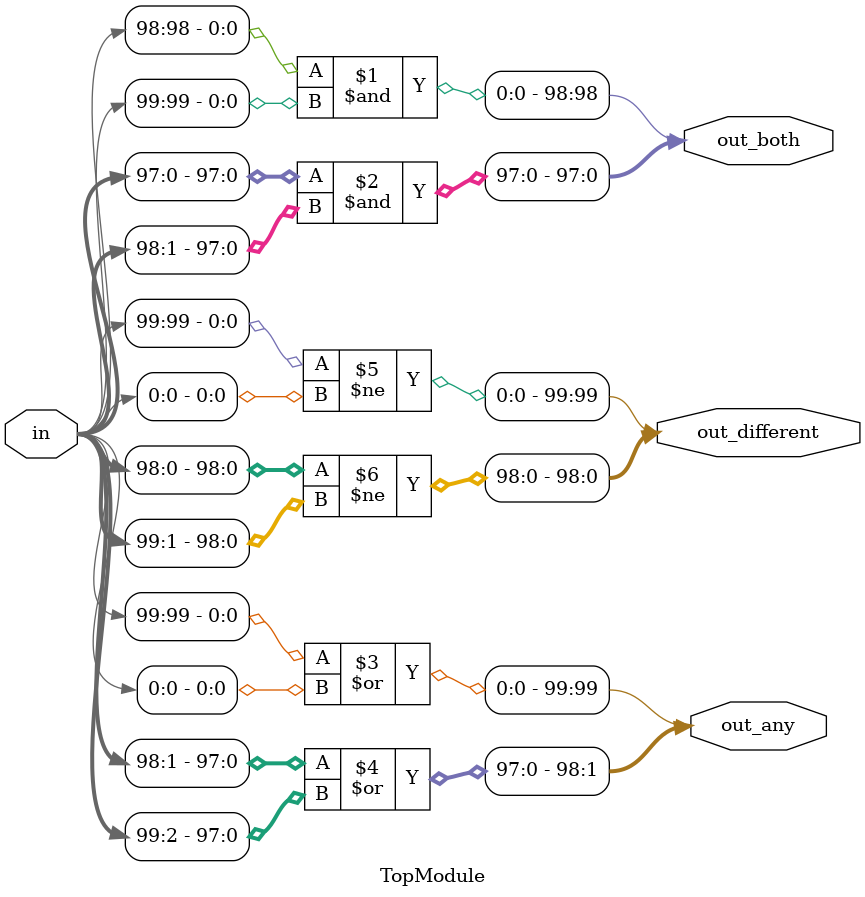
<source format=sv>

module TopModule (
  input [99:0] in,
  output [98:0] out_both,
  output [99:1] out_any,
  output [99:0] out_different
);

  // out_both: Each bit of this output vector should indicate whether
  // both the corresponding input bit and its neighbour to the left are '1'.
  assign out_both[98] = in[98] & in[99];
  assign out_both[97:0] = in[97:0] & in[98:1];


  // out_any: Each bit of this output vector should indicate whether any
  // of the corresponding input bit and its neighbour to the right are '1'.
  assign out_any[99] = in[99] | in[0];
  assign out_any[98:1] = in[98:1] | in[99:2];


  // out_different: Each bit of this output vector should indicate
  // whether the corresponding input bit is different from its neighbour to
  // the left. For this part, treat the vector as wrapping
  // around, so in[99]'s neighbour to the left is in[0].
  assign out_different[99] = in[99] != in[0];
  assign out_different[98:0] = in[98:0] != in[99:1];

endmodule

// VERILOG-EVAL: errant inclusion of module definition

</source>
